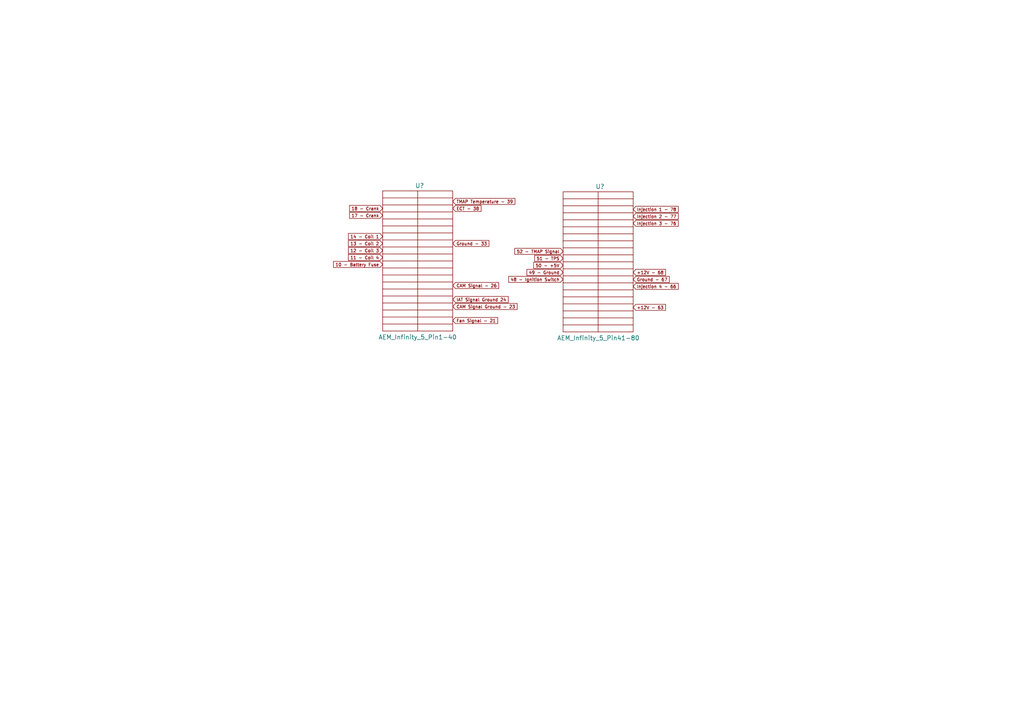
<source format=kicad_sch>
(kicad_sch (version 20211123) (generator eeschema)
  (paper "A4")
  (lib_symbols
    (symbol "SCR23 Library:AEM_Infinity_5_Pin1-40"
      (property "Reference" "U" (at 0 22.098 0))
      (property "Value" "AEM_Infinity_5_Pin1-40" (at 0 -23.114 0))
      (symbol "AEM_Infinity_5_Pin1-40_0_1"
        (rectangle (start -10.16 20.32) (end 10.16 -20.32))
        (polyline (pts (xy 0 20.32) (xy 0 -20.32)))
        (polyline (pts (xy -10.16 -18.288) (xy 10.16 -18.288) (xy 9.906 -18.288)))
        (polyline (pts (xy -10.16 -16.256) (xy 10.16 -16.256) (xy 9.906 -16.256)))
        (polyline (pts (xy -10.16 -14.224) (xy 10.16 -14.224) (xy 9.906 -14.224)))
        (polyline (pts (xy -10.16 -12.192) (xy 10.16 -12.192) (xy 9.906 -12.192)))
        (polyline (pts (xy -10.16 -10.16) (xy 10.16 -10.16) (xy 9.906 -10.16)))
        (polyline (pts (xy -10.16 -8.128) (xy 10.16 -8.128) (xy 9.906 -8.128)))
        (polyline (pts (xy -10.16 -6.096) (xy 10.16 -6.096) (xy 9.906 -6.096)))
        (polyline (pts (xy -10.16 -4.064) (xy 10.16 -4.064) (xy 9.906 -4.064)))
        (polyline (pts (xy -10.16 -2.032) (xy 10.16 -2.032) (xy 9.906 -2.032)))
        (polyline (pts (xy -10.16 0) (xy 10.16 0) (xy 9.906 0)))
        (polyline (pts (xy -10.16 2.032) (xy 10.16 2.032) (xy 9.906 2.032)))
        (polyline (pts (xy -10.16 4.064) (xy 10.16 4.064) (xy 9.906 4.064)))
        (polyline (pts (xy -10.16 6.096) (xy 10.16 6.096) (xy 9.906 6.096)))
        (polyline (pts (xy -10.16 8.128) (xy 10.16 8.128) (xy 9.906 8.128)))
        (polyline (pts (xy -10.16 10.16) (xy 10.16 10.16) (xy 9.906 10.16)))
        (polyline (pts (xy -10.16 12.192) (xy 10.16 12.192) (xy 9.906 12.192)))
        (polyline (pts (xy -10.16 14.224) (xy 10.16 14.224) (xy 9.906 14.224)))
        (polyline (pts (xy -10.16 16.256) (xy 10.16 16.256) (xy 9.906 16.256)))
        (polyline (pts (xy -10.16 18.288) (xy 10.16 18.288) (xy 9.906 18.288)))
      )
    )
    (symbol "SCR23 Library:AEM_Infinity_5_Pin41-80"
      (property "Reference" "U" (at 0 22.098 0))
      (property "Value" "AEM_Infinity_5_Pin41-80" (at 0 -23.114 0))
      (symbol "AEM_Infinity_5_Pin41-80_0_1"
        (rectangle (start -10.16 20.32) (end 10.16 -20.32))
        (polyline (pts (xy 0 20.32) (xy 0 -20.32)))
        (polyline (pts (xy -10.16 -18.288) (xy 10.16 -18.288) (xy 9.906 -18.288)))
        (polyline (pts (xy -10.16 -16.256) (xy 10.16 -16.256) (xy 9.906 -16.256)))
        (polyline (pts (xy -10.16 -14.224) (xy 10.16 -14.224) (xy 9.906 -14.224)))
        (polyline (pts (xy -10.16 -12.192) (xy 10.16 -12.192) (xy 9.906 -12.192)))
        (polyline (pts (xy -10.16 -10.16) (xy 10.16 -10.16) (xy 9.906 -10.16)))
        (polyline (pts (xy -10.16 -8.128) (xy 10.16 -8.128) (xy 9.906 -8.128)))
        (polyline (pts (xy -10.16 -6.096) (xy 10.16 -6.096) (xy 9.906 -6.096)))
        (polyline (pts (xy -10.16 -4.064) (xy 10.16 -4.064) (xy 9.906 -4.064)))
        (polyline (pts (xy -10.16 -2.032) (xy 10.16 -2.032) (xy 9.906 -2.032)))
        (polyline (pts (xy -10.16 0) (xy 10.16 0) (xy 9.906 0)))
        (polyline (pts (xy -10.16 2.032) (xy 10.16 2.032) (xy 9.906 2.032)))
        (polyline (pts (xy -10.16 4.064) (xy 10.16 4.064) (xy 9.906 4.064)))
        (polyline (pts (xy -10.16 6.096) (xy 10.16 6.096) (xy 9.906 6.096)))
        (polyline (pts (xy -10.16 8.128) (xy 10.16 8.128) (xy 9.906 8.128)))
        (polyline (pts (xy -10.16 10.16) (xy 10.16 10.16) (xy 9.906 10.16)))
        (polyline (pts (xy -10.16 12.192) (xy 10.16 12.192) (xy 9.906 12.192)))
        (polyline (pts (xy -10.16 14.224) (xy 10.16 14.224) (xy 9.906 14.224)))
        (polyline (pts (xy -10.16 16.256) (xy 10.16 16.256) (xy 9.906 16.256)))
        (polyline (pts (xy -10.16 18.288) (xy 10.16 18.288) (xy 9.906 18.288)))
      )
    )
  )
  (global_label "CAM Signal Ground - 23" (shape input) (at 131.318 88.9 0) (effects (font (size 0.889 0.889))) (property "Intersheet References" "${INTERSHEET_REFS}" (effects hide)))
  (global_label "TMAP Temperature - 39" (shape input) (at 131.318 58.42 0) (effects (font (size 0.889 0.889))) (property "Intersheet References" "${INTERSHEET_REFS}" (effects hide)))
  (global_label "IAT Signal Ground 24" (shape input) (at 131.318 86.868 0) (effects (font (size 0.889 0.889))) (property "Intersheet References" "${INTERSHEET_REFS}" (effects hide)))
  (global_label "51 - TPS" (shape input) (at 163.322 74.93 180) (effects (font (size 0.889 0.889))) (property "Intersheet References" "${INTERSHEET_REFS}" (effects hide)))
  (global_label "Injection 3 - 76" (shape input) (at 183.642 64.77 0) (effects (font (size 0.889 0.889))) (property "Intersheet References" "${INTERSHEET_REFS}" (effects hide)))
  (global_label "14 - Coil 1" (shape input) (at 110.998 68.58 180) (effects (font (size 0.889 0.889))) (property "Intersheet References" "${INTERSHEET_REFS}" (effects hide)))
  (global_label "10 - Battery Fuse" (shape input) (at 110.998 76.708 180) (effects (font (size 0.889 0.889))) (property "Intersheet References" "${INTERSHEET_REFS}" (effects hide)))
  (global_label "50 - +5V" (shape input) (at 163.322 76.962 180) (effects (font (size 0.889 0.889))) (property "Intersheet References" "${INTERSHEET_REFS}" (effects hide)))
  (global_label "18 - Crank" (shape input) (at 110.998 60.452 180) (effects (font (size 0.889 0.889))) (property "Intersheet References" "${INTERSHEET_REFS}" (effects hide)))
  (global_label "13 - Coil 2" (shape input) (at 110.998 70.612 180) (effects (font (size 0.889 0.889))) (property "Intersheet References" "${INTERSHEET_REFS}" (effects hide)))
  (global_label "Fan Signal - 21" (shape input) (at 131.318 92.964 0) (effects (font (size 0.889 0.889))) (property "Intersheet References" "${INTERSHEET_REFS}" (effects hide)))
  (global_label "49 - Ground" (shape input) (at 163.322 78.994 180) (effects (font (size 0.889 0.889))) (property "Intersheet References" "${INTERSHEET_REFS}" (effects hide)))
  (global_label "Injection 1 - 78" (shape input) (at 183.642 60.706 0) (effects (font (size 0.889 0.889))) (property "Intersheet References" "${INTERSHEET_REFS}" (effects hide)))
  (global_label "11 - Coil 4" (shape input) (at 110.998 74.676 180) (effects (font (size 0.889 0.889))) (property "Intersheet References" "${INTERSHEET_REFS}" (effects hide)))
  (global_label "CAM Signal - 26" (shape input) (at 131.318 82.804 0) (effects (font (size 0.889 0.889))) (property "Intersheet References" "${INTERSHEET_REFS}" (effects hide)))
  (global_label "Injection 2 - 77" (shape input) (at 183.642 62.738 0) (effects (font (size 0.889 0.889))) (property "Intersheet References" "${INTERSHEET_REFS}" (effects hide)))
  (global_label "+12V - 68" (shape input) (at 183.642 78.994 0) (effects (font (size 0.889 0.889))) (property "Intersheet References" "${INTERSHEET_REFS}" (effects hide)))
  (global_label "12 - Coil 3" (shape input) (at 110.998 72.644 180) (effects (font (size 0.889 0.889))) (property "Intersheet References" "${INTERSHEET_REFS}" (effects hide)))
  (global_label "Ground - 33" (shape input) (at 131.318 70.612 0) (effects (font (size 0.889 0.889))) (property "Intersheet References" "${INTERSHEET_REFS}" (effects hide)))
  (global_label "Injection 4 - 66" (shape input) (at 183.642 83.058 0) (effects (font (size 0.889 0.889))) (property "Intersheet References" "${INTERSHEET_REFS}" (effects hide)))
  (global_label "17 - Crank" (shape input) (at 110.998 62.484 180) (effects (font (size 0.889 0.889))) (property "Intersheet References" "${INTERSHEET_REFS}" (effects hide)))
  (global_label "52 - TMAP Signal" (shape input) (at 163.322 72.898 180) (effects (font (size 0.889 0.889))) (property "Intersheet References" "${INTERSHEET_REFS}" (effects hide)))
  (global_label "ECT - 38" (shape input) (at 131.318 60.452 0) (effects (font (size 0.889 0.889))) (property "Intersheet References" "${INTERSHEET_REFS}" (effects hide)))
  (global_label "+12V - 63" (shape input) (at 183.642 89.154 0) (effects (font (size 0.889 0.889))) (property "Intersheet References" "${INTERSHEET_REFS}" (effects hide)))
  (global_label "48 - Ignition Switch" (shape input) (at 163.322 81.026 180) (effects (font (size 0.889 0.889))) (property "Intersheet References" "${INTERSHEET_REFS}" (effects hide)))
  (global_label "Ground - 67" (shape input) (at 183.642 81.026 0) (effects (font (size 0.889 0.889))) (property "Intersheet References" "${INTERSHEET_REFS}" (effects hide)))
  (symbol (lib_id "SCR23 Library:AEM_Infinity_5_Pin1-40") (at 121.158 75.692 0) (unit 1)
    (property "Reference" "U?" (at 120.396 53.848 0) (effects (justify left)))
    (property "Value" "AEM_Infinity_5_Pin1-40" (at 109.728 97.79 0) (effects (justify left)))
  )
  (symbol (lib_id "SCR23 Library:AEM_Infinity_5_Pin41-80") (at 173.482 75.946 0) (unit 1)
    (property "Reference" "U?" (at 172.72 54.102 0) (effects (justify left)))
    (property "Value" "AEM_Infinity_5_Pin41-80" (at 161.544 98.044 0) (effects (justify left)))
  )
)
</source>
